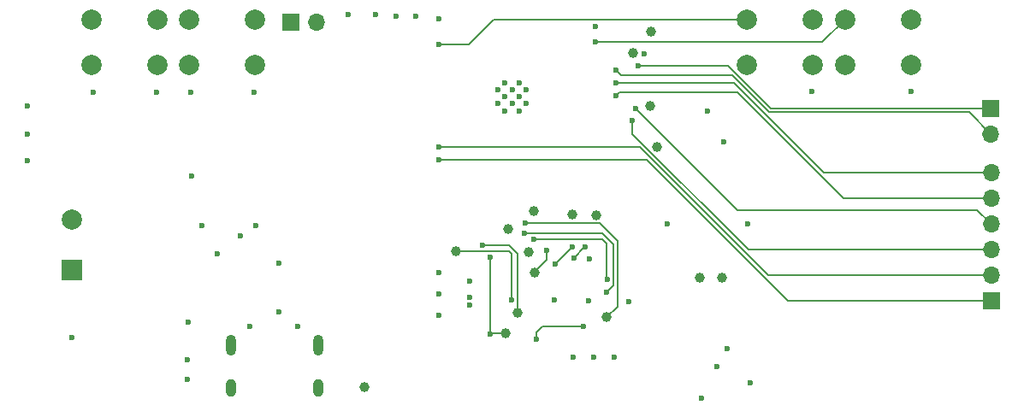
<source format=gbl>
G04 #@! TF.GenerationSoftware,KiCad,Pcbnew,8.0.5*
G04 #@! TF.CreationDate,2024-11-13T12:29:25-06:00*
G04 #@! TF.ProjectId,APG_Sensor_Test_Board,4150475f-5365-46e7-936f-725f54657374,rev?*
G04 #@! TF.SameCoordinates,Original*
G04 #@! TF.FileFunction,Copper,L4,Bot*
G04 #@! TF.FilePolarity,Positive*
%FSLAX46Y46*%
G04 Gerber Fmt 4.6, Leading zero omitted, Abs format (unit mm)*
G04 Created by KiCad (PCBNEW 8.0.5) date 2024-11-13 12:29:25*
%MOMM*%
%LPD*%
G01*
G04 APERTURE LIST*
G04 #@! TA.AperFunction,ComponentPad*
%ADD10R,1.700000X1.700000*%
G04 #@! TD*
G04 #@! TA.AperFunction,ComponentPad*
%ADD11O,1.700000X1.700000*%
G04 #@! TD*
G04 #@! TA.AperFunction,ComponentPad*
%ADD12O,1.000000X2.100000*%
G04 #@! TD*
G04 #@! TA.AperFunction,ComponentPad*
%ADD13O,1.000000X1.800000*%
G04 #@! TD*
G04 #@! TA.AperFunction,ComponentPad*
%ADD14C,2.000000*%
G04 #@! TD*
G04 #@! TA.AperFunction,ComponentPad*
%ADD15R,2.000000X2.000000*%
G04 #@! TD*
G04 #@! TA.AperFunction,HeatsinkPad*
%ADD16C,0.600000*%
G04 #@! TD*
G04 #@! TA.AperFunction,SMDPad,CuDef*
%ADD17C,1.000000*%
G04 #@! TD*
G04 #@! TA.AperFunction,ViaPad*
%ADD18C,0.600000*%
G04 #@! TD*
G04 #@! TA.AperFunction,Conductor*
%ADD19C,0.200000*%
G04 #@! TD*
G04 APERTURE END LIST*
D10*
X125875000Y-51850000D03*
D11*
X128415000Y-51850000D03*
D12*
X119880000Y-83845000D03*
D13*
X119880000Y-88025000D03*
D12*
X128520000Y-83845000D03*
D13*
X128520000Y-88025000D03*
D14*
X112650000Y-56050000D03*
X106150000Y-56050000D03*
X112650000Y-51550000D03*
X106150000Y-51550000D03*
X180700000Y-51550000D03*
X187200000Y-51550000D03*
X180700000Y-56050000D03*
X187200000Y-56050000D03*
D15*
X104200000Y-76400000D03*
D14*
X104200000Y-71400000D03*
X171000000Y-51550000D03*
X177500000Y-51550000D03*
X171000000Y-56050000D03*
X177500000Y-56050000D03*
X122300000Y-56050000D03*
X115800000Y-56050000D03*
X122300000Y-51550000D03*
X115800000Y-51550000D03*
D10*
X195100000Y-60355000D03*
D11*
X195100000Y-62895000D03*
D10*
X195150000Y-79420000D03*
D11*
X195150000Y-76880000D03*
X195150000Y-74340000D03*
X195150000Y-71800000D03*
X195150000Y-69260000D03*
X195150000Y-66720000D03*
D16*
X146350000Y-58500000D03*
X146350000Y-59900000D03*
X147050000Y-57800000D03*
X147050000Y-59200000D03*
X147050000Y-60600000D03*
X147750000Y-58500000D03*
X147750000Y-59900000D03*
X148450000Y-57800000D03*
X148450000Y-59200000D03*
X148450000Y-60600000D03*
X149150000Y-58500000D03*
X149150000Y-59900000D03*
D17*
X159750000Y-54900000D03*
X149900000Y-70550000D03*
X142200000Y-74500000D03*
X161450000Y-60150000D03*
X133100000Y-88000000D03*
X148250000Y-80650000D03*
X156100000Y-70950000D03*
X149950000Y-76600000D03*
X147350000Y-72300000D03*
X166300000Y-77100000D03*
X147100000Y-82650000D03*
X153700000Y-70850000D03*
X149400000Y-74600000D03*
X162050000Y-64150000D03*
X161500000Y-52750000D03*
X157100000Y-81050000D03*
X168500000Y-77150000D03*
D18*
X106325000Y-58750000D03*
X124700000Y-75725000D03*
X159325000Y-79550000D03*
X153750000Y-84975000D03*
X131500000Y-51025000D03*
X124700000Y-80500000D03*
X138208332Y-51200000D03*
X171300000Y-87525000D03*
X156000000Y-52250000D03*
X117012500Y-72000000D03*
X140500000Y-51480000D03*
X151950000Y-79300000D03*
X122387500Y-72000000D03*
X140475000Y-76650000D03*
X115975000Y-58750000D03*
X143550000Y-79050000D03*
X143550000Y-77450000D03*
X140475000Y-80850000D03*
X115625000Y-85250000D03*
X116000000Y-67100000D03*
X167050000Y-60600000D03*
X118562500Y-74750000D03*
X168050000Y-85925000D03*
X115625000Y-87250000D03*
X133100000Y-88000000D03*
X169000000Y-84150000D03*
X160850000Y-54950000D03*
X115675000Y-81500000D03*
X143550000Y-79850000D03*
X157850000Y-84975000D03*
X136229166Y-51200000D03*
X140500000Y-54020000D03*
X155950000Y-53800000D03*
X155300000Y-79450000D03*
X155400000Y-75300000D03*
X187225000Y-58650000D03*
X104200000Y-83025000D03*
X163100000Y-71800000D03*
X112562500Y-58750000D03*
X166500000Y-89075000D03*
X99775000Y-60150000D03*
X99812500Y-65550000D03*
X120837500Y-73000000D03*
X122212500Y-58750000D03*
X171100000Y-71800000D03*
X155800000Y-84987500D03*
X134250000Y-51100000D03*
X168700000Y-63650000D03*
X177375000Y-58650000D03*
X140462500Y-78750000D03*
X99812500Y-62900000D03*
X121800000Y-82000000D03*
X126550000Y-82000000D03*
X159650000Y-61550000D03*
X158000000Y-59100000D03*
X159950000Y-60350000D03*
X140500000Y-64180000D03*
X158000000Y-57830000D03*
X158000000Y-56560000D03*
X160250000Y-56100000D03*
X161500000Y-52750000D03*
X159750000Y-54900000D03*
X168500000Y-77150000D03*
X166300000Y-77050000D03*
X154950000Y-74100000D03*
X153850000Y-75150000D03*
X156100000Y-70950000D03*
X149950000Y-76550000D03*
X151150000Y-74400000D03*
X153695000Y-70850000D03*
X153695000Y-74050000D03*
X152050000Y-75750000D03*
X149400000Y-74600000D03*
X149885000Y-73350000D03*
X149885000Y-70550000D03*
X157150000Y-77300000D03*
X157100000Y-81050000D03*
X149050000Y-71750000D03*
X157100000Y-78550000D03*
X147345000Y-72295000D03*
X149000000Y-72700000D03*
X145550000Y-82700000D03*
X145550000Y-75100000D03*
X144800000Y-73900000D03*
X148250000Y-80650000D03*
X147700000Y-79300000D03*
X142250000Y-74500000D03*
X161450000Y-60150000D03*
X162050000Y-64200000D03*
X154800000Y-81950000D03*
X150125000Y-83250000D03*
X140500000Y-65450000D03*
D19*
X140500000Y-54020000D02*
X143480000Y-54020000D01*
X143480000Y-54020000D02*
X145950000Y-51550000D01*
X145950000Y-51550000D02*
X171000000Y-51550000D01*
X155950000Y-53800000D02*
X178450000Y-53800000D01*
X178450000Y-53800000D02*
X180700000Y-51550000D01*
X159650000Y-62881371D02*
X171108629Y-74340000D01*
X171108629Y-74340000D02*
X195150000Y-74340000D01*
X159650000Y-61550000D02*
X159650000Y-62881371D01*
X158000000Y-59100000D02*
X158350000Y-58750000D01*
X170064464Y-58750000D02*
X180574464Y-69260000D01*
X158350000Y-58750000D02*
X170064464Y-58750000D01*
X180574464Y-69260000D02*
X195150000Y-69260000D01*
X159950000Y-60350000D02*
X170010000Y-70410000D01*
X193760000Y-70410000D02*
X195150000Y-71800000D01*
X170010000Y-70410000D02*
X193760000Y-70410000D01*
X140500000Y-64180000D02*
X140520000Y-64200000D01*
X160402943Y-64200000D02*
X173082943Y-76880000D01*
X173082943Y-76880000D02*
X195150000Y-76880000D01*
X140520000Y-64200000D02*
X160402943Y-64200000D01*
X178600150Y-66720000D02*
X195150000Y-66720000D01*
X158020000Y-57850000D02*
X169730150Y-57850000D01*
X158000000Y-57830000D02*
X158020000Y-57850000D01*
X169730150Y-57850000D02*
X178600150Y-66720000D01*
X158000000Y-56560000D02*
X158490000Y-57050000D01*
X173200836Y-60755000D02*
X192960000Y-60755000D01*
X158490000Y-57050000D02*
X169495836Y-57050000D01*
X192960000Y-60755000D02*
X195100000Y-62895000D01*
X169495836Y-57050000D02*
X173200836Y-60755000D01*
X173366522Y-60355000D02*
X195100000Y-60355000D01*
X160250000Y-56100000D02*
X169111522Y-56100000D01*
X169111522Y-56100000D02*
X173366522Y-60355000D01*
X154900000Y-74100000D02*
X154950000Y-74100000D01*
X153850000Y-75150000D02*
X154900000Y-74100000D01*
X151150000Y-75350000D02*
X149950000Y-76550000D01*
X151150000Y-74400000D02*
X151150000Y-75350000D01*
X153695000Y-74050000D02*
X153695000Y-74105000D01*
X153695000Y-74105000D02*
X152050000Y-75750000D01*
X157150000Y-77300000D02*
X157100000Y-77250000D01*
X157100000Y-73750000D02*
X156700000Y-73350000D01*
X157100000Y-77250000D02*
X157100000Y-73750000D01*
X156700000Y-73350000D02*
X149900000Y-73350000D01*
X156400000Y-71750000D02*
X149050000Y-71750000D01*
X158150000Y-73500000D02*
X156400000Y-71750000D01*
X157100000Y-81050000D02*
X158150000Y-80000000D01*
X158150000Y-80000000D02*
X158150000Y-73500000D01*
X157750000Y-73800000D02*
X156650000Y-72700000D01*
X157100000Y-78550000D02*
X157750000Y-77900000D01*
X157750000Y-77900000D02*
X157750000Y-73800000D01*
X156650000Y-72700000D02*
X149000000Y-72700000D01*
X145550000Y-82700000D02*
X145600000Y-82650000D01*
X145550000Y-75100000D02*
X145550000Y-82700000D01*
X145600000Y-82650000D02*
X147100000Y-82650000D01*
X147415686Y-73900000D02*
X144800000Y-73900000D01*
X148300000Y-74784314D02*
X147415686Y-73900000D01*
X148300000Y-80600000D02*
X148250000Y-80650000D01*
X148300000Y-80600000D02*
X148300000Y-74784314D01*
X147700000Y-74750000D02*
X147450000Y-74500000D01*
X147450000Y-74500000D02*
X142250000Y-74500000D01*
X147700000Y-79300000D02*
X147700000Y-74750000D01*
X150750000Y-81950000D02*
X154800000Y-81950000D01*
X150125000Y-82575000D02*
X150750000Y-81950000D01*
X150125000Y-83250000D02*
X150125000Y-82575000D01*
X175057257Y-79420000D02*
X195150000Y-79420000D01*
X161087257Y-65450000D02*
X175057257Y-79420000D01*
X140500000Y-65450000D02*
X161087257Y-65450000D01*
M02*

</source>
